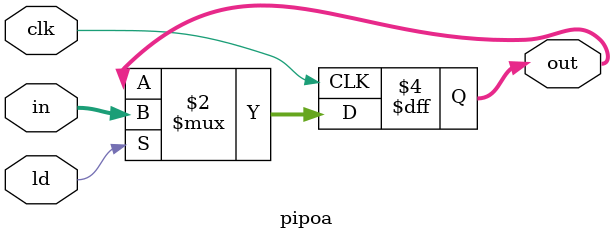
<source format=v>
module pipoa(clk,in,out,ld);
    input clk,ld;
    output reg [15:0]out;
    input[15:0]in;
    always@(posedge clk)
        begin
            if(ld)
            begin
            out<=in;
            end
        end

endmodule

</source>
